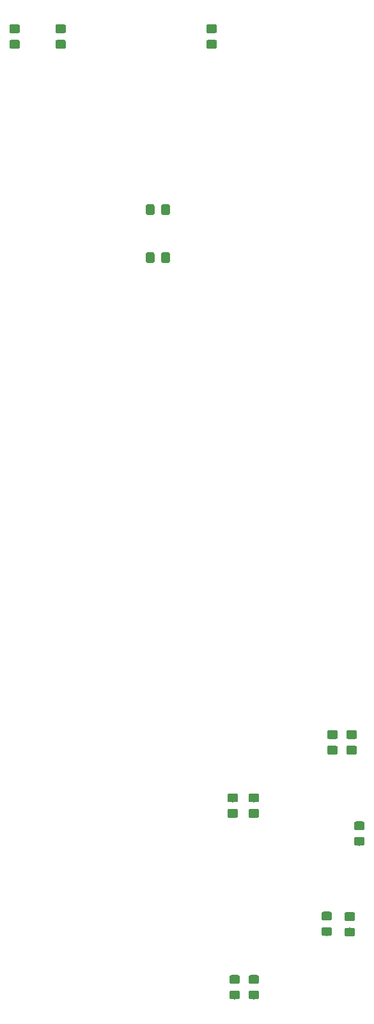
<source format=gbr>
G04 #@! TF.GenerationSoftware,KiCad,Pcbnew,(5.0.0)*
G04 #@! TF.CreationDate,2018-10-20T13:21:43+01:00*
G04 #@! TF.ProjectId,AD9833FunctionGenerator,41443938333346756E6374696F6E4765,rev?*
G04 #@! TF.SameCoordinates,Original*
G04 #@! TF.FileFunction,Paste,Bot*
G04 #@! TF.FilePolarity,Positive*
%FSLAX46Y46*%
G04 Gerber Fmt 4.6, Leading zero omitted, Abs format (unit mm)*
G04 Created by KiCad (PCBNEW (5.0.0)) date 10/20/18 13:21:43*
%MOMM*%
%LPD*%
G01*
G04 APERTURE LIST*
%ADD10C,0.100000*%
%ADD11C,1.150000*%
G04 APERTURE END LIST*
D10*
G04 #@! TO.C,R_RANGE1*
G36*
X83786505Y-92344902D02*
X83810773Y-92348502D01*
X83834572Y-92354463D01*
X83857671Y-92362728D01*
X83879850Y-92373218D01*
X83900893Y-92385830D01*
X83920599Y-92400445D01*
X83938777Y-92416921D01*
X83955253Y-92435099D01*
X83969868Y-92454805D01*
X83982480Y-92475848D01*
X83992970Y-92498027D01*
X84001235Y-92521126D01*
X84007196Y-92544925D01*
X84010796Y-92569193D01*
X84012000Y-92593697D01*
X84012000Y-93243699D01*
X84010796Y-93268203D01*
X84007196Y-93292471D01*
X84001235Y-93316270D01*
X83992970Y-93339369D01*
X83982480Y-93361548D01*
X83969868Y-93382591D01*
X83955253Y-93402297D01*
X83938777Y-93420475D01*
X83920599Y-93436951D01*
X83900893Y-93451566D01*
X83879850Y-93464178D01*
X83857671Y-93474668D01*
X83834572Y-93482933D01*
X83810773Y-93488894D01*
X83786505Y-93492494D01*
X83762001Y-93493698D01*
X82861999Y-93493698D01*
X82837495Y-93492494D01*
X82813227Y-93488894D01*
X82789428Y-93482933D01*
X82766329Y-93474668D01*
X82744150Y-93464178D01*
X82723107Y-93451566D01*
X82703401Y-93436951D01*
X82685223Y-93420475D01*
X82668747Y-93402297D01*
X82654132Y-93382591D01*
X82641520Y-93361548D01*
X82631030Y-93339369D01*
X82622765Y-93316270D01*
X82616804Y-93292471D01*
X82613204Y-93268203D01*
X82612000Y-93243699D01*
X82612000Y-92593697D01*
X82613204Y-92569193D01*
X82616804Y-92544925D01*
X82622765Y-92521126D01*
X82631030Y-92498027D01*
X82641520Y-92475848D01*
X82654132Y-92454805D01*
X82668747Y-92435099D01*
X82685223Y-92416921D01*
X82703401Y-92400445D01*
X82723107Y-92385830D01*
X82744150Y-92373218D01*
X82766329Y-92362728D01*
X82789428Y-92354463D01*
X82813227Y-92348502D01*
X82837495Y-92344902D01*
X82861999Y-92343698D01*
X83762001Y-92343698D01*
X83786505Y-92344902D01*
X83786505Y-92344902D01*
G37*
D11*
X83312000Y-92918698D03*
D10*
G36*
X83786505Y-94394902D02*
X83810773Y-94398502D01*
X83834572Y-94404463D01*
X83857671Y-94412728D01*
X83879850Y-94423218D01*
X83900893Y-94435830D01*
X83920599Y-94450445D01*
X83938777Y-94466921D01*
X83955253Y-94485099D01*
X83969868Y-94504805D01*
X83982480Y-94525848D01*
X83992970Y-94548027D01*
X84001235Y-94571126D01*
X84007196Y-94594925D01*
X84010796Y-94619193D01*
X84012000Y-94643697D01*
X84012000Y-95293699D01*
X84010796Y-95318203D01*
X84007196Y-95342471D01*
X84001235Y-95366270D01*
X83992970Y-95389369D01*
X83982480Y-95411548D01*
X83969868Y-95432591D01*
X83955253Y-95452297D01*
X83938777Y-95470475D01*
X83920599Y-95486951D01*
X83900893Y-95501566D01*
X83879850Y-95514178D01*
X83857671Y-95524668D01*
X83834572Y-95532933D01*
X83810773Y-95538894D01*
X83786505Y-95542494D01*
X83762001Y-95543698D01*
X82861999Y-95543698D01*
X82837495Y-95542494D01*
X82813227Y-95538894D01*
X82789428Y-95532933D01*
X82766329Y-95524668D01*
X82744150Y-95514178D01*
X82723107Y-95501566D01*
X82703401Y-95486951D01*
X82685223Y-95470475D01*
X82668747Y-95452297D01*
X82654132Y-95432591D01*
X82641520Y-95411548D01*
X82631030Y-95389369D01*
X82622765Y-95366270D01*
X82616804Y-95342471D01*
X82613204Y-95318203D01*
X82612000Y-95293699D01*
X82612000Y-94643697D01*
X82613204Y-94619193D01*
X82616804Y-94594925D01*
X82622765Y-94571126D01*
X82631030Y-94548027D01*
X82641520Y-94525848D01*
X82654132Y-94504805D01*
X82668747Y-94485099D01*
X82685223Y-94466921D01*
X82703401Y-94450445D01*
X82723107Y-94435830D01*
X82744150Y-94423218D01*
X82766329Y-94412728D01*
X82789428Y-94404463D01*
X82813227Y-94398502D01*
X82837495Y-94394902D01*
X82861999Y-94393698D01*
X83762001Y-94393698D01*
X83786505Y-94394902D01*
X83786505Y-94394902D01*
G37*
D11*
X83312000Y-94968698D03*
G04 #@! TD*
D10*
G04 #@! TO.C,C_BUFFBP1*
G36*
X86580505Y-194095681D02*
X86604773Y-194099281D01*
X86628572Y-194105242D01*
X86651671Y-194113507D01*
X86673850Y-194123997D01*
X86694893Y-194136609D01*
X86714599Y-194151224D01*
X86732777Y-194167700D01*
X86749253Y-194185878D01*
X86763868Y-194205584D01*
X86776480Y-194226627D01*
X86786970Y-194248806D01*
X86795235Y-194271905D01*
X86801196Y-194295704D01*
X86804796Y-194319972D01*
X86806000Y-194344476D01*
X86806000Y-194994478D01*
X86804796Y-195018982D01*
X86801196Y-195043250D01*
X86795235Y-195067049D01*
X86786970Y-195090148D01*
X86776480Y-195112327D01*
X86763868Y-195133370D01*
X86749253Y-195153076D01*
X86732777Y-195171254D01*
X86714599Y-195187730D01*
X86694893Y-195202345D01*
X86673850Y-195214957D01*
X86651671Y-195225447D01*
X86628572Y-195233712D01*
X86604773Y-195239673D01*
X86580505Y-195243273D01*
X86556001Y-195244477D01*
X85655999Y-195244477D01*
X85631495Y-195243273D01*
X85607227Y-195239673D01*
X85583428Y-195233712D01*
X85560329Y-195225447D01*
X85538150Y-195214957D01*
X85517107Y-195202345D01*
X85497401Y-195187730D01*
X85479223Y-195171254D01*
X85462747Y-195153076D01*
X85448132Y-195133370D01*
X85435520Y-195112327D01*
X85425030Y-195090148D01*
X85416765Y-195067049D01*
X85410804Y-195043250D01*
X85407204Y-195018982D01*
X85406000Y-194994478D01*
X85406000Y-194344476D01*
X85407204Y-194319972D01*
X85410804Y-194295704D01*
X85416765Y-194271905D01*
X85425030Y-194248806D01*
X85435520Y-194226627D01*
X85448132Y-194205584D01*
X85462747Y-194185878D01*
X85479223Y-194167700D01*
X85497401Y-194151224D01*
X85517107Y-194136609D01*
X85538150Y-194123997D01*
X85560329Y-194113507D01*
X85583428Y-194105242D01*
X85607227Y-194099281D01*
X85631495Y-194095681D01*
X85655999Y-194094477D01*
X86556001Y-194094477D01*
X86580505Y-194095681D01*
X86580505Y-194095681D01*
G37*
D11*
X86106000Y-194669477D03*
D10*
G36*
X86580505Y-196145681D02*
X86604773Y-196149281D01*
X86628572Y-196155242D01*
X86651671Y-196163507D01*
X86673850Y-196173997D01*
X86694893Y-196186609D01*
X86714599Y-196201224D01*
X86732777Y-196217700D01*
X86749253Y-196235878D01*
X86763868Y-196255584D01*
X86776480Y-196276627D01*
X86786970Y-196298806D01*
X86795235Y-196321905D01*
X86801196Y-196345704D01*
X86804796Y-196369972D01*
X86806000Y-196394476D01*
X86806000Y-197044478D01*
X86804796Y-197068982D01*
X86801196Y-197093250D01*
X86795235Y-197117049D01*
X86786970Y-197140148D01*
X86776480Y-197162327D01*
X86763868Y-197183370D01*
X86749253Y-197203076D01*
X86732777Y-197221254D01*
X86714599Y-197237730D01*
X86694893Y-197252345D01*
X86673850Y-197264957D01*
X86651671Y-197275447D01*
X86628572Y-197283712D01*
X86604773Y-197289673D01*
X86580505Y-197293273D01*
X86556001Y-197294477D01*
X85655999Y-197294477D01*
X85631495Y-197293273D01*
X85607227Y-197289673D01*
X85583428Y-197283712D01*
X85560329Y-197275447D01*
X85538150Y-197264957D01*
X85517107Y-197252345D01*
X85497401Y-197237730D01*
X85479223Y-197221254D01*
X85462747Y-197203076D01*
X85448132Y-197183370D01*
X85435520Y-197162327D01*
X85425030Y-197140148D01*
X85416765Y-197117049D01*
X85410804Y-197093250D01*
X85407204Y-197068982D01*
X85406000Y-197044478D01*
X85406000Y-196394476D01*
X85407204Y-196369972D01*
X85410804Y-196345704D01*
X85416765Y-196321905D01*
X85425030Y-196298806D01*
X85435520Y-196276627D01*
X85448132Y-196255584D01*
X85462747Y-196235878D01*
X85479223Y-196217700D01*
X85497401Y-196201224D01*
X85517107Y-196186609D01*
X85538150Y-196173997D01*
X85560329Y-196163507D01*
X85583428Y-196155242D01*
X85607227Y-196149281D01*
X85631495Y-196145681D01*
X85655999Y-196144477D01*
X86556001Y-196144477D01*
X86580505Y-196145681D01*
X86580505Y-196145681D01*
G37*
D11*
X86106000Y-196719477D03*
G04 #@! TD*
D10*
G04 #@! TO.C,R_MODE1*
G36*
X63794186Y-94394902D02*
X63818454Y-94398502D01*
X63842253Y-94404463D01*
X63865352Y-94412728D01*
X63887531Y-94423218D01*
X63908574Y-94435830D01*
X63928280Y-94450445D01*
X63946458Y-94466921D01*
X63962934Y-94485099D01*
X63977549Y-94504805D01*
X63990161Y-94525848D01*
X64000651Y-94548027D01*
X64008916Y-94571126D01*
X64014877Y-94594925D01*
X64018477Y-94619193D01*
X64019681Y-94643697D01*
X64019681Y-95293699D01*
X64018477Y-95318203D01*
X64014877Y-95342471D01*
X64008916Y-95366270D01*
X64000651Y-95389369D01*
X63990161Y-95411548D01*
X63977549Y-95432591D01*
X63962934Y-95452297D01*
X63946458Y-95470475D01*
X63928280Y-95486951D01*
X63908574Y-95501566D01*
X63887531Y-95514178D01*
X63865352Y-95524668D01*
X63842253Y-95532933D01*
X63818454Y-95538894D01*
X63794186Y-95542494D01*
X63769682Y-95543698D01*
X62869680Y-95543698D01*
X62845176Y-95542494D01*
X62820908Y-95538894D01*
X62797109Y-95532933D01*
X62774010Y-95524668D01*
X62751831Y-95514178D01*
X62730788Y-95501566D01*
X62711082Y-95486951D01*
X62692904Y-95470475D01*
X62676428Y-95452297D01*
X62661813Y-95432591D01*
X62649201Y-95411548D01*
X62638711Y-95389369D01*
X62630446Y-95366270D01*
X62624485Y-95342471D01*
X62620885Y-95318203D01*
X62619681Y-95293699D01*
X62619681Y-94643697D01*
X62620885Y-94619193D01*
X62624485Y-94594925D01*
X62630446Y-94571126D01*
X62638711Y-94548027D01*
X62649201Y-94525848D01*
X62661813Y-94504805D01*
X62676428Y-94485099D01*
X62692904Y-94466921D01*
X62711082Y-94450445D01*
X62730788Y-94435830D01*
X62751831Y-94423218D01*
X62774010Y-94412728D01*
X62797109Y-94404463D01*
X62820908Y-94398502D01*
X62845176Y-94394902D01*
X62869680Y-94393698D01*
X63769682Y-94393698D01*
X63794186Y-94394902D01*
X63794186Y-94394902D01*
G37*
D11*
X63319681Y-94968698D03*
D10*
G36*
X63794186Y-92344902D02*
X63818454Y-92348502D01*
X63842253Y-92354463D01*
X63865352Y-92362728D01*
X63887531Y-92373218D01*
X63908574Y-92385830D01*
X63928280Y-92400445D01*
X63946458Y-92416921D01*
X63962934Y-92435099D01*
X63977549Y-92454805D01*
X63990161Y-92475848D01*
X64000651Y-92498027D01*
X64008916Y-92521126D01*
X64014877Y-92544925D01*
X64018477Y-92569193D01*
X64019681Y-92593697D01*
X64019681Y-93243699D01*
X64018477Y-93268203D01*
X64014877Y-93292471D01*
X64008916Y-93316270D01*
X64000651Y-93339369D01*
X63990161Y-93361548D01*
X63977549Y-93382591D01*
X63962934Y-93402297D01*
X63946458Y-93420475D01*
X63928280Y-93436951D01*
X63908574Y-93451566D01*
X63887531Y-93464178D01*
X63865352Y-93474668D01*
X63842253Y-93482933D01*
X63818454Y-93488894D01*
X63794186Y-93492494D01*
X63769682Y-93493698D01*
X62869680Y-93493698D01*
X62845176Y-93492494D01*
X62820908Y-93488894D01*
X62797109Y-93482933D01*
X62774010Y-93474668D01*
X62751831Y-93464178D01*
X62730788Y-93451566D01*
X62711082Y-93436951D01*
X62692904Y-93420475D01*
X62676428Y-93402297D01*
X62661813Y-93382591D01*
X62649201Y-93361548D01*
X62638711Y-93339369D01*
X62630446Y-93316270D01*
X62624485Y-93292471D01*
X62620885Y-93268203D01*
X62619681Y-93243699D01*
X62619681Y-92593697D01*
X62620885Y-92569193D01*
X62624485Y-92544925D01*
X62630446Y-92521126D01*
X62638711Y-92498027D01*
X62649201Y-92475848D01*
X62661813Y-92454805D01*
X62676428Y-92435099D01*
X62692904Y-92416921D01*
X62711082Y-92400445D01*
X62730788Y-92385830D01*
X62751831Y-92373218D01*
X62774010Y-92362728D01*
X62797109Y-92354463D01*
X62820908Y-92348502D01*
X62845176Y-92344902D01*
X62869680Y-92343698D01*
X63769682Y-92343698D01*
X63794186Y-92344902D01*
X63794186Y-92344902D01*
G37*
D11*
X63319681Y-92918698D03*
G04 #@! TD*
D10*
G04 #@! TO.C,C_POTBP1*
G36*
X103344505Y-199841204D02*
X103368773Y-199844804D01*
X103392572Y-199850765D01*
X103415671Y-199859030D01*
X103437850Y-199869520D01*
X103458893Y-199882132D01*
X103478599Y-199896747D01*
X103496777Y-199913223D01*
X103513253Y-199931401D01*
X103527868Y-199951107D01*
X103540480Y-199972150D01*
X103550970Y-199994329D01*
X103559235Y-200017428D01*
X103565196Y-200041227D01*
X103568796Y-200065495D01*
X103570000Y-200089999D01*
X103570000Y-200740001D01*
X103568796Y-200764505D01*
X103565196Y-200788773D01*
X103559235Y-200812572D01*
X103550970Y-200835671D01*
X103540480Y-200857850D01*
X103527868Y-200878893D01*
X103513253Y-200898599D01*
X103496777Y-200916777D01*
X103478599Y-200933253D01*
X103458893Y-200947868D01*
X103437850Y-200960480D01*
X103415671Y-200970970D01*
X103392572Y-200979235D01*
X103368773Y-200985196D01*
X103344505Y-200988796D01*
X103320001Y-200990000D01*
X102419999Y-200990000D01*
X102395495Y-200988796D01*
X102371227Y-200985196D01*
X102347428Y-200979235D01*
X102324329Y-200970970D01*
X102302150Y-200960480D01*
X102281107Y-200947868D01*
X102261401Y-200933253D01*
X102243223Y-200916777D01*
X102226747Y-200898599D01*
X102212132Y-200878893D01*
X102199520Y-200857850D01*
X102189030Y-200835671D01*
X102180765Y-200812572D01*
X102174804Y-200788773D01*
X102171204Y-200764505D01*
X102170000Y-200740001D01*
X102170000Y-200089999D01*
X102171204Y-200065495D01*
X102174804Y-200041227D01*
X102180765Y-200017428D01*
X102189030Y-199994329D01*
X102199520Y-199972150D01*
X102212132Y-199951107D01*
X102226747Y-199931401D01*
X102243223Y-199913223D01*
X102261401Y-199896747D01*
X102281107Y-199882132D01*
X102302150Y-199869520D01*
X102324329Y-199859030D01*
X102347428Y-199850765D01*
X102371227Y-199844804D01*
X102395495Y-199841204D01*
X102419999Y-199840000D01*
X103320001Y-199840000D01*
X103344505Y-199841204D01*
X103344505Y-199841204D01*
G37*
D11*
X102870000Y-200415000D03*
D10*
G36*
X103344505Y-197791204D02*
X103368773Y-197794804D01*
X103392572Y-197800765D01*
X103415671Y-197809030D01*
X103437850Y-197819520D01*
X103458893Y-197832132D01*
X103478599Y-197846747D01*
X103496777Y-197863223D01*
X103513253Y-197881401D01*
X103527868Y-197901107D01*
X103540480Y-197922150D01*
X103550970Y-197944329D01*
X103559235Y-197967428D01*
X103565196Y-197991227D01*
X103568796Y-198015495D01*
X103570000Y-198039999D01*
X103570000Y-198690001D01*
X103568796Y-198714505D01*
X103565196Y-198738773D01*
X103559235Y-198762572D01*
X103550970Y-198785671D01*
X103540480Y-198807850D01*
X103527868Y-198828893D01*
X103513253Y-198848599D01*
X103496777Y-198866777D01*
X103478599Y-198883253D01*
X103458893Y-198897868D01*
X103437850Y-198910480D01*
X103415671Y-198920970D01*
X103392572Y-198929235D01*
X103368773Y-198935196D01*
X103344505Y-198938796D01*
X103320001Y-198940000D01*
X102419999Y-198940000D01*
X102395495Y-198938796D01*
X102371227Y-198935196D01*
X102347428Y-198929235D01*
X102324329Y-198920970D01*
X102302150Y-198910480D01*
X102281107Y-198897868D01*
X102261401Y-198883253D01*
X102243223Y-198866777D01*
X102226747Y-198848599D01*
X102212132Y-198828893D01*
X102199520Y-198807850D01*
X102189030Y-198785671D01*
X102180765Y-198762572D01*
X102174804Y-198738773D01*
X102171204Y-198714505D01*
X102170000Y-198690001D01*
X102170000Y-198039999D01*
X102171204Y-198015495D01*
X102174804Y-197991227D01*
X102180765Y-197967428D01*
X102189030Y-197944329D01*
X102199520Y-197922150D01*
X102212132Y-197901107D01*
X102226747Y-197881401D01*
X102243223Y-197863223D01*
X102261401Y-197846747D01*
X102281107Y-197832132D01*
X102302150Y-197819520D01*
X102324329Y-197809030D01*
X102347428Y-197800765D01*
X102371227Y-197794804D01*
X102395495Y-197791204D01*
X102419999Y-197790000D01*
X103320001Y-197790000D01*
X103344505Y-197791204D01*
X103344505Y-197791204D01*
G37*
D11*
X102870000Y-198365000D03*
G04 #@! TD*
D10*
G04 #@! TO.C,C_BUFFBP2*
G36*
X89374505Y-196145681D02*
X89398773Y-196149281D01*
X89422572Y-196155242D01*
X89445671Y-196163507D01*
X89467850Y-196173997D01*
X89488893Y-196186609D01*
X89508599Y-196201224D01*
X89526777Y-196217700D01*
X89543253Y-196235878D01*
X89557868Y-196255584D01*
X89570480Y-196276627D01*
X89580970Y-196298806D01*
X89589235Y-196321905D01*
X89595196Y-196345704D01*
X89598796Y-196369972D01*
X89600000Y-196394476D01*
X89600000Y-197044478D01*
X89598796Y-197068982D01*
X89595196Y-197093250D01*
X89589235Y-197117049D01*
X89580970Y-197140148D01*
X89570480Y-197162327D01*
X89557868Y-197183370D01*
X89543253Y-197203076D01*
X89526777Y-197221254D01*
X89508599Y-197237730D01*
X89488893Y-197252345D01*
X89467850Y-197264957D01*
X89445671Y-197275447D01*
X89422572Y-197283712D01*
X89398773Y-197289673D01*
X89374505Y-197293273D01*
X89350001Y-197294477D01*
X88449999Y-197294477D01*
X88425495Y-197293273D01*
X88401227Y-197289673D01*
X88377428Y-197283712D01*
X88354329Y-197275447D01*
X88332150Y-197264957D01*
X88311107Y-197252345D01*
X88291401Y-197237730D01*
X88273223Y-197221254D01*
X88256747Y-197203076D01*
X88242132Y-197183370D01*
X88229520Y-197162327D01*
X88219030Y-197140148D01*
X88210765Y-197117049D01*
X88204804Y-197093250D01*
X88201204Y-197068982D01*
X88200000Y-197044478D01*
X88200000Y-196394476D01*
X88201204Y-196369972D01*
X88204804Y-196345704D01*
X88210765Y-196321905D01*
X88219030Y-196298806D01*
X88229520Y-196276627D01*
X88242132Y-196255584D01*
X88256747Y-196235878D01*
X88273223Y-196217700D01*
X88291401Y-196201224D01*
X88311107Y-196186609D01*
X88332150Y-196173997D01*
X88354329Y-196163507D01*
X88377428Y-196155242D01*
X88401227Y-196149281D01*
X88425495Y-196145681D01*
X88449999Y-196144477D01*
X89350001Y-196144477D01*
X89374505Y-196145681D01*
X89374505Y-196145681D01*
G37*
D11*
X88900000Y-196719477D03*
D10*
G36*
X89374505Y-194095681D02*
X89398773Y-194099281D01*
X89422572Y-194105242D01*
X89445671Y-194113507D01*
X89467850Y-194123997D01*
X89488893Y-194136609D01*
X89508599Y-194151224D01*
X89526777Y-194167700D01*
X89543253Y-194185878D01*
X89557868Y-194205584D01*
X89570480Y-194226627D01*
X89580970Y-194248806D01*
X89589235Y-194271905D01*
X89595196Y-194295704D01*
X89598796Y-194319972D01*
X89600000Y-194344476D01*
X89600000Y-194994478D01*
X89598796Y-195018982D01*
X89595196Y-195043250D01*
X89589235Y-195067049D01*
X89580970Y-195090148D01*
X89570480Y-195112327D01*
X89557868Y-195133370D01*
X89543253Y-195153076D01*
X89526777Y-195171254D01*
X89508599Y-195187730D01*
X89488893Y-195202345D01*
X89467850Y-195214957D01*
X89445671Y-195225447D01*
X89422572Y-195233712D01*
X89398773Y-195239673D01*
X89374505Y-195243273D01*
X89350001Y-195244477D01*
X88449999Y-195244477D01*
X88425495Y-195243273D01*
X88401227Y-195239673D01*
X88377428Y-195233712D01*
X88354329Y-195225447D01*
X88332150Y-195214957D01*
X88311107Y-195202345D01*
X88291401Y-195187730D01*
X88273223Y-195171254D01*
X88256747Y-195153076D01*
X88242132Y-195133370D01*
X88229520Y-195112327D01*
X88219030Y-195090148D01*
X88210765Y-195067049D01*
X88204804Y-195043250D01*
X88201204Y-195018982D01*
X88200000Y-194994478D01*
X88200000Y-194344476D01*
X88201204Y-194319972D01*
X88204804Y-194295704D01*
X88210765Y-194271905D01*
X88219030Y-194248806D01*
X88229520Y-194226627D01*
X88242132Y-194205584D01*
X88256747Y-194185878D01*
X88273223Y-194167700D01*
X88291401Y-194151224D01*
X88311107Y-194136609D01*
X88332150Y-194123997D01*
X88354329Y-194113507D01*
X88377428Y-194105242D01*
X88401227Y-194099281D01*
X88425495Y-194095681D01*
X88449999Y-194094477D01*
X89350001Y-194094477D01*
X89374505Y-194095681D01*
X89374505Y-194095681D01*
G37*
D11*
X88900000Y-194669477D03*
G04 #@! TD*
D10*
G04 #@! TO.C,C_BUFFBP3*
G36*
X99788505Y-187776204D02*
X99812773Y-187779804D01*
X99836572Y-187785765D01*
X99859671Y-187794030D01*
X99881850Y-187804520D01*
X99902893Y-187817132D01*
X99922599Y-187831747D01*
X99940777Y-187848223D01*
X99957253Y-187866401D01*
X99971868Y-187886107D01*
X99984480Y-187907150D01*
X99994970Y-187929329D01*
X100003235Y-187952428D01*
X100009196Y-187976227D01*
X100012796Y-188000495D01*
X100014000Y-188024999D01*
X100014000Y-188675001D01*
X100012796Y-188699505D01*
X100009196Y-188723773D01*
X100003235Y-188747572D01*
X99994970Y-188770671D01*
X99984480Y-188792850D01*
X99971868Y-188813893D01*
X99957253Y-188833599D01*
X99940777Y-188851777D01*
X99922599Y-188868253D01*
X99902893Y-188882868D01*
X99881850Y-188895480D01*
X99859671Y-188905970D01*
X99836572Y-188914235D01*
X99812773Y-188920196D01*
X99788505Y-188923796D01*
X99764001Y-188925000D01*
X98863999Y-188925000D01*
X98839495Y-188923796D01*
X98815227Y-188920196D01*
X98791428Y-188914235D01*
X98768329Y-188905970D01*
X98746150Y-188895480D01*
X98725107Y-188882868D01*
X98705401Y-188868253D01*
X98687223Y-188851777D01*
X98670747Y-188833599D01*
X98656132Y-188813893D01*
X98643520Y-188792850D01*
X98633030Y-188770671D01*
X98624765Y-188747572D01*
X98618804Y-188723773D01*
X98615204Y-188699505D01*
X98614000Y-188675001D01*
X98614000Y-188024999D01*
X98615204Y-188000495D01*
X98618804Y-187976227D01*
X98624765Y-187952428D01*
X98633030Y-187929329D01*
X98643520Y-187907150D01*
X98656132Y-187886107D01*
X98670747Y-187866401D01*
X98687223Y-187848223D01*
X98705401Y-187831747D01*
X98725107Y-187817132D01*
X98746150Y-187804520D01*
X98768329Y-187794030D01*
X98791428Y-187785765D01*
X98815227Y-187779804D01*
X98839495Y-187776204D01*
X98863999Y-187775000D01*
X99764001Y-187775000D01*
X99788505Y-187776204D01*
X99788505Y-187776204D01*
G37*
D11*
X99314000Y-188350000D03*
D10*
G36*
X99788505Y-185726204D02*
X99812773Y-185729804D01*
X99836572Y-185735765D01*
X99859671Y-185744030D01*
X99881850Y-185754520D01*
X99902893Y-185767132D01*
X99922599Y-185781747D01*
X99940777Y-185798223D01*
X99957253Y-185816401D01*
X99971868Y-185836107D01*
X99984480Y-185857150D01*
X99994970Y-185879329D01*
X100003235Y-185902428D01*
X100009196Y-185926227D01*
X100012796Y-185950495D01*
X100014000Y-185974999D01*
X100014000Y-186625001D01*
X100012796Y-186649505D01*
X100009196Y-186673773D01*
X100003235Y-186697572D01*
X99994970Y-186720671D01*
X99984480Y-186742850D01*
X99971868Y-186763893D01*
X99957253Y-186783599D01*
X99940777Y-186801777D01*
X99922599Y-186818253D01*
X99902893Y-186832868D01*
X99881850Y-186845480D01*
X99859671Y-186855970D01*
X99836572Y-186864235D01*
X99812773Y-186870196D01*
X99788505Y-186873796D01*
X99764001Y-186875000D01*
X98863999Y-186875000D01*
X98839495Y-186873796D01*
X98815227Y-186870196D01*
X98791428Y-186864235D01*
X98768329Y-186855970D01*
X98746150Y-186845480D01*
X98725107Y-186832868D01*
X98705401Y-186818253D01*
X98687223Y-186801777D01*
X98670747Y-186783599D01*
X98656132Y-186763893D01*
X98643520Y-186742850D01*
X98633030Y-186720671D01*
X98624765Y-186697572D01*
X98618804Y-186673773D01*
X98615204Y-186649505D01*
X98614000Y-186625001D01*
X98614000Y-185974999D01*
X98615204Y-185950495D01*
X98618804Y-185926227D01*
X98624765Y-185902428D01*
X98633030Y-185879329D01*
X98643520Y-185857150D01*
X98656132Y-185836107D01*
X98670747Y-185816401D01*
X98687223Y-185798223D01*
X98705401Y-185781747D01*
X98725107Y-185767132D01*
X98746150Y-185754520D01*
X98768329Y-185744030D01*
X98791428Y-185735765D01*
X98815227Y-185729804D01*
X98839495Y-185726204D01*
X98863999Y-185725000D01*
X99764001Y-185725000D01*
X99788505Y-185726204D01*
X99788505Y-185726204D01*
G37*
D11*
X99314000Y-186300000D03*
G04 #@! TD*
D10*
G04 #@! TO.C,C_BUFFBP4*
G36*
X102328505Y-185726204D02*
X102352773Y-185729804D01*
X102376572Y-185735765D01*
X102399671Y-185744030D01*
X102421850Y-185754520D01*
X102442893Y-185767132D01*
X102462599Y-185781747D01*
X102480777Y-185798223D01*
X102497253Y-185816401D01*
X102511868Y-185836107D01*
X102524480Y-185857150D01*
X102534970Y-185879329D01*
X102543235Y-185902428D01*
X102549196Y-185926227D01*
X102552796Y-185950495D01*
X102554000Y-185974999D01*
X102554000Y-186625001D01*
X102552796Y-186649505D01*
X102549196Y-186673773D01*
X102543235Y-186697572D01*
X102534970Y-186720671D01*
X102524480Y-186742850D01*
X102511868Y-186763893D01*
X102497253Y-186783599D01*
X102480777Y-186801777D01*
X102462599Y-186818253D01*
X102442893Y-186832868D01*
X102421850Y-186845480D01*
X102399671Y-186855970D01*
X102376572Y-186864235D01*
X102352773Y-186870196D01*
X102328505Y-186873796D01*
X102304001Y-186875000D01*
X101403999Y-186875000D01*
X101379495Y-186873796D01*
X101355227Y-186870196D01*
X101331428Y-186864235D01*
X101308329Y-186855970D01*
X101286150Y-186845480D01*
X101265107Y-186832868D01*
X101245401Y-186818253D01*
X101227223Y-186801777D01*
X101210747Y-186783599D01*
X101196132Y-186763893D01*
X101183520Y-186742850D01*
X101173030Y-186720671D01*
X101164765Y-186697572D01*
X101158804Y-186673773D01*
X101155204Y-186649505D01*
X101154000Y-186625001D01*
X101154000Y-185974999D01*
X101155204Y-185950495D01*
X101158804Y-185926227D01*
X101164765Y-185902428D01*
X101173030Y-185879329D01*
X101183520Y-185857150D01*
X101196132Y-185836107D01*
X101210747Y-185816401D01*
X101227223Y-185798223D01*
X101245401Y-185781747D01*
X101265107Y-185767132D01*
X101286150Y-185754520D01*
X101308329Y-185744030D01*
X101331428Y-185735765D01*
X101355227Y-185729804D01*
X101379495Y-185726204D01*
X101403999Y-185725000D01*
X102304001Y-185725000D01*
X102328505Y-185726204D01*
X102328505Y-185726204D01*
G37*
D11*
X101854000Y-186300000D03*
D10*
G36*
X102328505Y-187776204D02*
X102352773Y-187779804D01*
X102376572Y-187785765D01*
X102399671Y-187794030D01*
X102421850Y-187804520D01*
X102442893Y-187817132D01*
X102462599Y-187831747D01*
X102480777Y-187848223D01*
X102497253Y-187866401D01*
X102511868Y-187886107D01*
X102524480Y-187907150D01*
X102534970Y-187929329D01*
X102543235Y-187952428D01*
X102549196Y-187976227D01*
X102552796Y-188000495D01*
X102554000Y-188024999D01*
X102554000Y-188675001D01*
X102552796Y-188699505D01*
X102549196Y-188723773D01*
X102543235Y-188747572D01*
X102534970Y-188770671D01*
X102524480Y-188792850D01*
X102511868Y-188813893D01*
X102497253Y-188833599D01*
X102480777Y-188851777D01*
X102462599Y-188868253D01*
X102442893Y-188882868D01*
X102421850Y-188895480D01*
X102399671Y-188905970D01*
X102376572Y-188914235D01*
X102352773Y-188920196D01*
X102328505Y-188923796D01*
X102304001Y-188925000D01*
X101403999Y-188925000D01*
X101379495Y-188923796D01*
X101355227Y-188920196D01*
X101331428Y-188914235D01*
X101308329Y-188905970D01*
X101286150Y-188895480D01*
X101265107Y-188882868D01*
X101245401Y-188868253D01*
X101227223Y-188851777D01*
X101210747Y-188833599D01*
X101196132Y-188813893D01*
X101183520Y-188792850D01*
X101173030Y-188770671D01*
X101164765Y-188747572D01*
X101158804Y-188723773D01*
X101155204Y-188699505D01*
X101154000Y-188675001D01*
X101154000Y-188024999D01*
X101155204Y-188000495D01*
X101158804Y-187976227D01*
X101164765Y-187952428D01*
X101173030Y-187929329D01*
X101183520Y-187907150D01*
X101196132Y-187886107D01*
X101210747Y-187866401D01*
X101227223Y-187848223D01*
X101245401Y-187831747D01*
X101265107Y-187817132D01*
X101286150Y-187804520D01*
X101308329Y-187794030D01*
X101331428Y-187785765D01*
X101355227Y-187779804D01*
X101379495Y-187776204D01*
X101403999Y-187775000D01*
X102304001Y-187775000D01*
X102328505Y-187776204D01*
X102328505Y-187776204D01*
G37*
D11*
X101854000Y-188350000D03*
G04 #@! TD*
D10*
G04 #@! TO.C,C_MIXBP1*
G36*
X86834505Y-218111204D02*
X86858773Y-218114804D01*
X86882572Y-218120765D01*
X86905671Y-218129030D01*
X86927850Y-218139520D01*
X86948893Y-218152132D01*
X86968599Y-218166747D01*
X86986777Y-218183223D01*
X87003253Y-218201401D01*
X87017868Y-218221107D01*
X87030480Y-218242150D01*
X87040970Y-218264329D01*
X87049235Y-218287428D01*
X87055196Y-218311227D01*
X87058796Y-218335495D01*
X87060000Y-218359999D01*
X87060000Y-219010001D01*
X87058796Y-219034505D01*
X87055196Y-219058773D01*
X87049235Y-219082572D01*
X87040970Y-219105671D01*
X87030480Y-219127850D01*
X87017868Y-219148893D01*
X87003253Y-219168599D01*
X86986777Y-219186777D01*
X86968599Y-219203253D01*
X86948893Y-219217868D01*
X86927850Y-219230480D01*
X86905671Y-219240970D01*
X86882572Y-219249235D01*
X86858773Y-219255196D01*
X86834505Y-219258796D01*
X86810001Y-219260000D01*
X85909999Y-219260000D01*
X85885495Y-219258796D01*
X85861227Y-219255196D01*
X85837428Y-219249235D01*
X85814329Y-219240970D01*
X85792150Y-219230480D01*
X85771107Y-219217868D01*
X85751401Y-219203253D01*
X85733223Y-219186777D01*
X85716747Y-219168599D01*
X85702132Y-219148893D01*
X85689520Y-219127850D01*
X85679030Y-219105671D01*
X85670765Y-219082572D01*
X85664804Y-219058773D01*
X85661204Y-219034505D01*
X85660000Y-219010001D01*
X85660000Y-218359999D01*
X85661204Y-218335495D01*
X85664804Y-218311227D01*
X85670765Y-218287428D01*
X85679030Y-218264329D01*
X85689520Y-218242150D01*
X85702132Y-218221107D01*
X85716747Y-218201401D01*
X85733223Y-218183223D01*
X85751401Y-218166747D01*
X85771107Y-218152132D01*
X85792150Y-218139520D01*
X85814329Y-218129030D01*
X85837428Y-218120765D01*
X85861227Y-218114804D01*
X85885495Y-218111204D01*
X85909999Y-218110000D01*
X86810001Y-218110000D01*
X86834505Y-218111204D01*
X86834505Y-218111204D01*
G37*
D11*
X86360000Y-218685000D03*
D10*
G36*
X86834505Y-220161204D02*
X86858773Y-220164804D01*
X86882572Y-220170765D01*
X86905671Y-220179030D01*
X86927850Y-220189520D01*
X86948893Y-220202132D01*
X86968599Y-220216747D01*
X86986777Y-220233223D01*
X87003253Y-220251401D01*
X87017868Y-220271107D01*
X87030480Y-220292150D01*
X87040970Y-220314329D01*
X87049235Y-220337428D01*
X87055196Y-220361227D01*
X87058796Y-220385495D01*
X87060000Y-220409999D01*
X87060000Y-221060001D01*
X87058796Y-221084505D01*
X87055196Y-221108773D01*
X87049235Y-221132572D01*
X87040970Y-221155671D01*
X87030480Y-221177850D01*
X87017868Y-221198893D01*
X87003253Y-221218599D01*
X86986777Y-221236777D01*
X86968599Y-221253253D01*
X86948893Y-221267868D01*
X86927850Y-221280480D01*
X86905671Y-221290970D01*
X86882572Y-221299235D01*
X86858773Y-221305196D01*
X86834505Y-221308796D01*
X86810001Y-221310000D01*
X85909999Y-221310000D01*
X85885495Y-221308796D01*
X85861227Y-221305196D01*
X85837428Y-221299235D01*
X85814329Y-221290970D01*
X85792150Y-221280480D01*
X85771107Y-221267868D01*
X85751401Y-221253253D01*
X85733223Y-221236777D01*
X85716747Y-221218599D01*
X85702132Y-221198893D01*
X85689520Y-221177850D01*
X85679030Y-221155671D01*
X85670765Y-221132572D01*
X85664804Y-221108773D01*
X85661204Y-221084505D01*
X85660000Y-221060001D01*
X85660000Y-220409999D01*
X85661204Y-220385495D01*
X85664804Y-220361227D01*
X85670765Y-220337428D01*
X85679030Y-220314329D01*
X85689520Y-220292150D01*
X85702132Y-220271107D01*
X85716747Y-220251401D01*
X85733223Y-220233223D01*
X85751401Y-220216747D01*
X85771107Y-220202132D01*
X85792150Y-220189520D01*
X85814329Y-220179030D01*
X85837428Y-220170765D01*
X85861227Y-220164804D01*
X85885495Y-220161204D01*
X85909999Y-220160000D01*
X86810001Y-220160000D01*
X86834505Y-220161204D01*
X86834505Y-220161204D01*
G37*
D11*
X86360000Y-220735000D03*
G04 #@! TD*
D10*
G04 #@! TO.C,C_MIXBP2*
G36*
X89374505Y-218111204D02*
X89398773Y-218114804D01*
X89422572Y-218120765D01*
X89445671Y-218129030D01*
X89467850Y-218139520D01*
X89488893Y-218152132D01*
X89508599Y-218166747D01*
X89526777Y-218183223D01*
X89543253Y-218201401D01*
X89557868Y-218221107D01*
X89570480Y-218242150D01*
X89580970Y-218264329D01*
X89589235Y-218287428D01*
X89595196Y-218311227D01*
X89598796Y-218335495D01*
X89600000Y-218359999D01*
X89600000Y-219010001D01*
X89598796Y-219034505D01*
X89595196Y-219058773D01*
X89589235Y-219082572D01*
X89580970Y-219105671D01*
X89570480Y-219127850D01*
X89557868Y-219148893D01*
X89543253Y-219168599D01*
X89526777Y-219186777D01*
X89508599Y-219203253D01*
X89488893Y-219217868D01*
X89467850Y-219230480D01*
X89445671Y-219240970D01*
X89422572Y-219249235D01*
X89398773Y-219255196D01*
X89374505Y-219258796D01*
X89350001Y-219260000D01*
X88449999Y-219260000D01*
X88425495Y-219258796D01*
X88401227Y-219255196D01*
X88377428Y-219249235D01*
X88354329Y-219240970D01*
X88332150Y-219230480D01*
X88311107Y-219217868D01*
X88291401Y-219203253D01*
X88273223Y-219186777D01*
X88256747Y-219168599D01*
X88242132Y-219148893D01*
X88229520Y-219127850D01*
X88219030Y-219105671D01*
X88210765Y-219082572D01*
X88204804Y-219058773D01*
X88201204Y-219034505D01*
X88200000Y-219010001D01*
X88200000Y-218359999D01*
X88201204Y-218335495D01*
X88204804Y-218311227D01*
X88210765Y-218287428D01*
X88219030Y-218264329D01*
X88229520Y-218242150D01*
X88242132Y-218221107D01*
X88256747Y-218201401D01*
X88273223Y-218183223D01*
X88291401Y-218166747D01*
X88311107Y-218152132D01*
X88332150Y-218139520D01*
X88354329Y-218129030D01*
X88377428Y-218120765D01*
X88401227Y-218114804D01*
X88425495Y-218111204D01*
X88449999Y-218110000D01*
X89350001Y-218110000D01*
X89374505Y-218111204D01*
X89374505Y-218111204D01*
G37*
D11*
X88900000Y-218685000D03*
D10*
G36*
X89374505Y-220161204D02*
X89398773Y-220164804D01*
X89422572Y-220170765D01*
X89445671Y-220179030D01*
X89467850Y-220189520D01*
X89488893Y-220202132D01*
X89508599Y-220216747D01*
X89526777Y-220233223D01*
X89543253Y-220251401D01*
X89557868Y-220271107D01*
X89570480Y-220292150D01*
X89580970Y-220314329D01*
X89589235Y-220337428D01*
X89595196Y-220361227D01*
X89598796Y-220385495D01*
X89600000Y-220409999D01*
X89600000Y-221060001D01*
X89598796Y-221084505D01*
X89595196Y-221108773D01*
X89589235Y-221132572D01*
X89580970Y-221155671D01*
X89570480Y-221177850D01*
X89557868Y-221198893D01*
X89543253Y-221218599D01*
X89526777Y-221236777D01*
X89508599Y-221253253D01*
X89488893Y-221267868D01*
X89467850Y-221280480D01*
X89445671Y-221290970D01*
X89422572Y-221299235D01*
X89398773Y-221305196D01*
X89374505Y-221308796D01*
X89350001Y-221310000D01*
X88449999Y-221310000D01*
X88425495Y-221308796D01*
X88401227Y-221305196D01*
X88377428Y-221299235D01*
X88354329Y-221290970D01*
X88332150Y-221280480D01*
X88311107Y-221267868D01*
X88291401Y-221253253D01*
X88273223Y-221236777D01*
X88256747Y-221218599D01*
X88242132Y-221198893D01*
X88229520Y-221177850D01*
X88219030Y-221155671D01*
X88210765Y-221132572D01*
X88204804Y-221108773D01*
X88201204Y-221084505D01*
X88200000Y-221060001D01*
X88200000Y-220409999D01*
X88201204Y-220385495D01*
X88204804Y-220361227D01*
X88210765Y-220337428D01*
X88219030Y-220314329D01*
X88229520Y-220292150D01*
X88242132Y-220271107D01*
X88256747Y-220251401D01*
X88273223Y-220233223D01*
X88291401Y-220216747D01*
X88311107Y-220202132D01*
X88332150Y-220189520D01*
X88354329Y-220179030D01*
X88377428Y-220170765D01*
X88401227Y-220164804D01*
X88425495Y-220161204D01*
X88449999Y-220160000D01*
X89350001Y-220160000D01*
X89374505Y-220161204D01*
X89374505Y-220161204D01*
G37*
D11*
X88900000Y-220735000D03*
G04 #@! TD*
D10*
G04 #@! TO.C,C_MIXBP3*
G36*
X99026505Y-209729204D02*
X99050773Y-209732804D01*
X99074572Y-209738765D01*
X99097671Y-209747030D01*
X99119850Y-209757520D01*
X99140893Y-209770132D01*
X99160599Y-209784747D01*
X99178777Y-209801223D01*
X99195253Y-209819401D01*
X99209868Y-209839107D01*
X99222480Y-209860150D01*
X99232970Y-209882329D01*
X99241235Y-209905428D01*
X99247196Y-209929227D01*
X99250796Y-209953495D01*
X99252000Y-209977999D01*
X99252000Y-210628001D01*
X99250796Y-210652505D01*
X99247196Y-210676773D01*
X99241235Y-210700572D01*
X99232970Y-210723671D01*
X99222480Y-210745850D01*
X99209868Y-210766893D01*
X99195253Y-210786599D01*
X99178777Y-210804777D01*
X99160599Y-210821253D01*
X99140893Y-210835868D01*
X99119850Y-210848480D01*
X99097671Y-210858970D01*
X99074572Y-210867235D01*
X99050773Y-210873196D01*
X99026505Y-210876796D01*
X99002001Y-210878000D01*
X98101999Y-210878000D01*
X98077495Y-210876796D01*
X98053227Y-210873196D01*
X98029428Y-210867235D01*
X98006329Y-210858970D01*
X97984150Y-210848480D01*
X97963107Y-210835868D01*
X97943401Y-210821253D01*
X97925223Y-210804777D01*
X97908747Y-210786599D01*
X97894132Y-210766893D01*
X97881520Y-210745850D01*
X97871030Y-210723671D01*
X97862765Y-210700572D01*
X97856804Y-210676773D01*
X97853204Y-210652505D01*
X97852000Y-210628001D01*
X97852000Y-209977999D01*
X97853204Y-209953495D01*
X97856804Y-209929227D01*
X97862765Y-209905428D01*
X97871030Y-209882329D01*
X97881520Y-209860150D01*
X97894132Y-209839107D01*
X97908747Y-209819401D01*
X97925223Y-209801223D01*
X97943401Y-209784747D01*
X97963107Y-209770132D01*
X97984150Y-209757520D01*
X98006329Y-209747030D01*
X98029428Y-209738765D01*
X98053227Y-209732804D01*
X98077495Y-209729204D01*
X98101999Y-209728000D01*
X99002001Y-209728000D01*
X99026505Y-209729204D01*
X99026505Y-209729204D01*
G37*
D11*
X98552000Y-210303000D03*
D10*
G36*
X99026505Y-211779204D02*
X99050773Y-211782804D01*
X99074572Y-211788765D01*
X99097671Y-211797030D01*
X99119850Y-211807520D01*
X99140893Y-211820132D01*
X99160599Y-211834747D01*
X99178777Y-211851223D01*
X99195253Y-211869401D01*
X99209868Y-211889107D01*
X99222480Y-211910150D01*
X99232970Y-211932329D01*
X99241235Y-211955428D01*
X99247196Y-211979227D01*
X99250796Y-212003495D01*
X99252000Y-212027999D01*
X99252000Y-212678001D01*
X99250796Y-212702505D01*
X99247196Y-212726773D01*
X99241235Y-212750572D01*
X99232970Y-212773671D01*
X99222480Y-212795850D01*
X99209868Y-212816893D01*
X99195253Y-212836599D01*
X99178777Y-212854777D01*
X99160599Y-212871253D01*
X99140893Y-212885868D01*
X99119850Y-212898480D01*
X99097671Y-212908970D01*
X99074572Y-212917235D01*
X99050773Y-212923196D01*
X99026505Y-212926796D01*
X99002001Y-212928000D01*
X98101999Y-212928000D01*
X98077495Y-212926796D01*
X98053227Y-212923196D01*
X98029428Y-212917235D01*
X98006329Y-212908970D01*
X97984150Y-212898480D01*
X97963107Y-212885868D01*
X97943401Y-212871253D01*
X97925223Y-212854777D01*
X97908747Y-212836599D01*
X97894132Y-212816893D01*
X97881520Y-212795850D01*
X97871030Y-212773671D01*
X97862765Y-212750572D01*
X97856804Y-212726773D01*
X97853204Y-212702505D01*
X97852000Y-212678001D01*
X97852000Y-212027999D01*
X97853204Y-212003495D01*
X97856804Y-211979227D01*
X97862765Y-211955428D01*
X97871030Y-211932329D01*
X97881520Y-211910150D01*
X97894132Y-211889107D01*
X97908747Y-211869401D01*
X97925223Y-211851223D01*
X97943401Y-211834747D01*
X97963107Y-211820132D01*
X97984150Y-211807520D01*
X98006329Y-211797030D01*
X98029428Y-211788765D01*
X98053227Y-211782804D01*
X98077495Y-211779204D01*
X98101999Y-211778000D01*
X99002001Y-211778000D01*
X99026505Y-211779204D01*
X99026505Y-211779204D01*
G37*
D11*
X98552000Y-212353000D03*
G04 #@! TD*
D10*
G04 #@! TO.C,C_MIXBP4*
G36*
X102074505Y-209805822D02*
X102098773Y-209809422D01*
X102122572Y-209815383D01*
X102145671Y-209823648D01*
X102167850Y-209834138D01*
X102188893Y-209846750D01*
X102208599Y-209861365D01*
X102226777Y-209877841D01*
X102243253Y-209896019D01*
X102257868Y-209915725D01*
X102270480Y-209936768D01*
X102280970Y-209958947D01*
X102289235Y-209982046D01*
X102295196Y-210005845D01*
X102298796Y-210030113D01*
X102300000Y-210054617D01*
X102300000Y-210704619D01*
X102298796Y-210729123D01*
X102295196Y-210753391D01*
X102289235Y-210777190D01*
X102280970Y-210800289D01*
X102270480Y-210822468D01*
X102257868Y-210843511D01*
X102243253Y-210863217D01*
X102226777Y-210881395D01*
X102208599Y-210897871D01*
X102188893Y-210912486D01*
X102167850Y-210925098D01*
X102145671Y-210935588D01*
X102122572Y-210943853D01*
X102098773Y-210949814D01*
X102074505Y-210953414D01*
X102050001Y-210954618D01*
X101149999Y-210954618D01*
X101125495Y-210953414D01*
X101101227Y-210949814D01*
X101077428Y-210943853D01*
X101054329Y-210935588D01*
X101032150Y-210925098D01*
X101011107Y-210912486D01*
X100991401Y-210897871D01*
X100973223Y-210881395D01*
X100956747Y-210863217D01*
X100942132Y-210843511D01*
X100929520Y-210822468D01*
X100919030Y-210800289D01*
X100910765Y-210777190D01*
X100904804Y-210753391D01*
X100901204Y-210729123D01*
X100900000Y-210704619D01*
X100900000Y-210054617D01*
X100901204Y-210030113D01*
X100904804Y-210005845D01*
X100910765Y-209982046D01*
X100919030Y-209958947D01*
X100929520Y-209936768D01*
X100942132Y-209915725D01*
X100956747Y-209896019D01*
X100973223Y-209877841D01*
X100991401Y-209861365D01*
X101011107Y-209846750D01*
X101032150Y-209834138D01*
X101054329Y-209823648D01*
X101077428Y-209815383D01*
X101101227Y-209809422D01*
X101125495Y-209805822D01*
X101149999Y-209804618D01*
X102050001Y-209804618D01*
X102074505Y-209805822D01*
X102074505Y-209805822D01*
G37*
D11*
X101600000Y-210379618D03*
D10*
G36*
X102074505Y-211855822D02*
X102098773Y-211859422D01*
X102122572Y-211865383D01*
X102145671Y-211873648D01*
X102167850Y-211884138D01*
X102188893Y-211896750D01*
X102208599Y-211911365D01*
X102226777Y-211927841D01*
X102243253Y-211946019D01*
X102257868Y-211965725D01*
X102270480Y-211986768D01*
X102280970Y-212008947D01*
X102289235Y-212032046D01*
X102295196Y-212055845D01*
X102298796Y-212080113D01*
X102300000Y-212104617D01*
X102300000Y-212754619D01*
X102298796Y-212779123D01*
X102295196Y-212803391D01*
X102289235Y-212827190D01*
X102280970Y-212850289D01*
X102270480Y-212872468D01*
X102257868Y-212893511D01*
X102243253Y-212913217D01*
X102226777Y-212931395D01*
X102208599Y-212947871D01*
X102188893Y-212962486D01*
X102167850Y-212975098D01*
X102145671Y-212985588D01*
X102122572Y-212993853D01*
X102098773Y-212999814D01*
X102074505Y-213003414D01*
X102050001Y-213004618D01*
X101149999Y-213004618D01*
X101125495Y-213003414D01*
X101101227Y-212999814D01*
X101077428Y-212993853D01*
X101054329Y-212985588D01*
X101032150Y-212975098D01*
X101011107Y-212962486D01*
X100991401Y-212947871D01*
X100973223Y-212931395D01*
X100956747Y-212913217D01*
X100942132Y-212893511D01*
X100929520Y-212872468D01*
X100919030Y-212850289D01*
X100910765Y-212827190D01*
X100904804Y-212803391D01*
X100901204Y-212779123D01*
X100900000Y-212754619D01*
X100900000Y-212104617D01*
X100901204Y-212080113D01*
X100904804Y-212055845D01*
X100910765Y-212032046D01*
X100919030Y-212008947D01*
X100929520Y-211986768D01*
X100942132Y-211965725D01*
X100956747Y-211946019D01*
X100973223Y-211927841D01*
X100991401Y-211911365D01*
X101011107Y-211896750D01*
X101032150Y-211884138D01*
X101054329Y-211873648D01*
X101077428Y-211865383D01*
X101101227Y-211859422D01*
X101125495Y-211855822D01*
X101149999Y-211854618D01*
X102050001Y-211854618D01*
X102074505Y-211855822D01*
X102074505Y-211855822D01*
G37*
D11*
X101600000Y-212429618D03*
G04 #@! TD*
D10*
G04 #@! TO.C,R_FUNC1*
G36*
X57698186Y-92344902D02*
X57722454Y-92348502D01*
X57746253Y-92354463D01*
X57769352Y-92362728D01*
X57791531Y-92373218D01*
X57812574Y-92385830D01*
X57832280Y-92400445D01*
X57850458Y-92416921D01*
X57866934Y-92435099D01*
X57881549Y-92454805D01*
X57894161Y-92475848D01*
X57904651Y-92498027D01*
X57912916Y-92521126D01*
X57918877Y-92544925D01*
X57922477Y-92569193D01*
X57923681Y-92593697D01*
X57923681Y-93243699D01*
X57922477Y-93268203D01*
X57918877Y-93292471D01*
X57912916Y-93316270D01*
X57904651Y-93339369D01*
X57894161Y-93361548D01*
X57881549Y-93382591D01*
X57866934Y-93402297D01*
X57850458Y-93420475D01*
X57832280Y-93436951D01*
X57812574Y-93451566D01*
X57791531Y-93464178D01*
X57769352Y-93474668D01*
X57746253Y-93482933D01*
X57722454Y-93488894D01*
X57698186Y-93492494D01*
X57673682Y-93493698D01*
X56773680Y-93493698D01*
X56749176Y-93492494D01*
X56724908Y-93488894D01*
X56701109Y-93482933D01*
X56678010Y-93474668D01*
X56655831Y-93464178D01*
X56634788Y-93451566D01*
X56615082Y-93436951D01*
X56596904Y-93420475D01*
X56580428Y-93402297D01*
X56565813Y-93382591D01*
X56553201Y-93361548D01*
X56542711Y-93339369D01*
X56534446Y-93316270D01*
X56528485Y-93292471D01*
X56524885Y-93268203D01*
X56523681Y-93243699D01*
X56523681Y-92593697D01*
X56524885Y-92569193D01*
X56528485Y-92544925D01*
X56534446Y-92521126D01*
X56542711Y-92498027D01*
X56553201Y-92475848D01*
X56565813Y-92454805D01*
X56580428Y-92435099D01*
X56596904Y-92416921D01*
X56615082Y-92400445D01*
X56634788Y-92385830D01*
X56655831Y-92373218D01*
X56678010Y-92362728D01*
X56701109Y-92354463D01*
X56724908Y-92348502D01*
X56749176Y-92344902D01*
X56773680Y-92343698D01*
X57673682Y-92343698D01*
X57698186Y-92344902D01*
X57698186Y-92344902D01*
G37*
D11*
X57223681Y-92918698D03*
D10*
G36*
X57698186Y-94394902D02*
X57722454Y-94398502D01*
X57746253Y-94404463D01*
X57769352Y-94412728D01*
X57791531Y-94423218D01*
X57812574Y-94435830D01*
X57832280Y-94450445D01*
X57850458Y-94466921D01*
X57866934Y-94485099D01*
X57881549Y-94504805D01*
X57894161Y-94525848D01*
X57904651Y-94548027D01*
X57912916Y-94571126D01*
X57918877Y-94594925D01*
X57922477Y-94619193D01*
X57923681Y-94643697D01*
X57923681Y-95293699D01*
X57922477Y-95318203D01*
X57918877Y-95342471D01*
X57912916Y-95366270D01*
X57904651Y-95389369D01*
X57894161Y-95411548D01*
X57881549Y-95432591D01*
X57866934Y-95452297D01*
X57850458Y-95470475D01*
X57832280Y-95486951D01*
X57812574Y-95501566D01*
X57791531Y-95514178D01*
X57769352Y-95524668D01*
X57746253Y-95532933D01*
X57722454Y-95538894D01*
X57698186Y-95542494D01*
X57673682Y-95543698D01*
X56773680Y-95543698D01*
X56749176Y-95542494D01*
X56724908Y-95538894D01*
X56701109Y-95532933D01*
X56678010Y-95524668D01*
X56655831Y-95514178D01*
X56634788Y-95501566D01*
X56615082Y-95486951D01*
X56596904Y-95470475D01*
X56580428Y-95452297D01*
X56565813Y-95432591D01*
X56553201Y-95411548D01*
X56542711Y-95389369D01*
X56534446Y-95366270D01*
X56528485Y-95342471D01*
X56524885Y-95318203D01*
X56523681Y-95293699D01*
X56523681Y-94643697D01*
X56524885Y-94619193D01*
X56528485Y-94594925D01*
X56534446Y-94571126D01*
X56542711Y-94548027D01*
X56553201Y-94525848D01*
X56565813Y-94504805D01*
X56580428Y-94485099D01*
X56596904Y-94466921D01*
X56615082Y-94450445D01*
X56634788Y-94435830D01*
X56655831Y-94423218D01*
X56678010Y-94412728D01*
X56701109Y-94404463D01*
X56724908Y-94398502D01*
X56749176Y-94394902D01*
X56773680Y-94393698D01*
X57673682Y-94393698D01*
X57698186Y-94394902D01*
X57698186Y-94394902D01*
G37*
D11*
X57223681Y-94968698D03*
G04 #@! TD*
D10*
G04 #@! TO.C,CPWRBP1*
G36*
X77574505Y-116141204D02*
X77598773Y-116144804D01*
X77622572Y-116150765D01*
X77645671Y-116159030D01*
X77667850Y-116169520D01*
X77688893Y-116182132D01*
X77708599Y-116196747D01*
X77726777Y-116213223D01*
X77743253Y-116231401D01*
X77757868Y-116251107D01*
X77770480Y-116272150D01*
X77780970Y-116294329D01*
X77789235Y-116317428D01*
X77795196Y-116341227D01*
X77798796Y-116365495D01*
X77800000Y-116389999D01*
X77800000Y-117290001D01*
X77798796Y-117314505D01*
X77795196Y-117338773D01*
X77789235Y-117362572D01*
X77780970Y-117385671D01*
X77770480Y-117407850D01*
X77757868Y-117428893D01*
X77743253Y-117448599D01*
X77726777Y-117466777D01*
X77708599Y-117483253D01*
X77688893Y-117497868D01*
X77667850Y-117510480D01*
X77645671Y-117520970D01*
X77622572Y-117529235D01*
X77598773Y-117535196D01*
X77574505Y-117538796D01*
X77550001Y-117540000D01*
X76899999Y-117540000D01*
X76875495Y-117538796D01*
X76851227Y-117535196D01*
X76827428Y-117529235D01*
X76804329Y-117520970D01*
X76782150Y-117510480D01*
X76761107Y-117497868D01*
X76741401Y-117483253D01*
X76723223Y-117466777D01*
X76706747Y-117448599D01*
X76692132Y-117428893D01*
X76679520Y-117407850D01*
X76669030Y-117385671D01*
X76660765Y-117362572D01*
X76654804Y-117338773D01*
X76651204Y-117314505D01*
X76650000Y-117290001D01*
X76650000Y-116389999D01*
X76651204Y-116365495D01*
X76654804Y-116341227D01*
X76660765Y-116317428D01*
X76669030Y-116294329D01*
X76679520Y-116272150D01*
X76692132Y-116251107D01*
X76706747Y-116231401D01*
X76723223Y-116213223D01*
X76741401Y-116196747D01*
X76761107Y-116182132D01*
X76782150Y-116169520D01*
X76804329Y-116159030D01*
X76827428Y-116150765D01*
X76851227Y-116144804D01*
X76875495Y-116141204D01*
X76899999Y-116140000D01*
X77550001Y-116140000D01*
X77574505Y-116141204D01*
X77574505Y-116141204D01*
G37*
D11*
X77225000Y-116840000D03*
D10*
G36*
X75524505Y-116141204D02*
X75548773Y-116144804D01*
X75572572Y-116150765D01*
X75595671Y-116159030D01*
X75617850Y-116169520D01*
X75638893Y-116182132D01*
X75658599Y-116196747D01*
X75676777Y-116213223D01*
X75693253Y-116231401D01*
X75707868Y-116251107D01*
X75720480Y-116272150D01*
X75730970Y-116294329D01*
X75739235Y-116317428D01*
X75745196Y-116341227D01*
X75748796Y-116365495D01*
X75750000Y-116389999D01*
X75750000Y-117290001D01*
X75748796Y-117314505D01*
X75745196Y-117338773D01*
X75739235Y-117362572D01*
X75730970Y-117385671D01*
X75720480Y-117407850D01*
X75707868Y-117428893D01*
X75693253Y-117448599D01*
X75676777Y-117466777D01*
X75658599Y-117483253D01*
X75638893Y-117497868D01*
X75617850Y-117510480D01*
X75595671Y-117520970D01*
X75572572Y-117529235D01*
X75548773Y-117535196D01*
X75524505Y-117538796D01*
X75500001Y-117540000D01*
X74849999Y-117540000D01*
X74825495Y-117538796D01*
X74801227Y-117535196D01*
X74777428Y-117529235D01*
X74754329Y-117520970D01*
X74732150Y-117510480D01*
X74711107Y-117497868D01*
X74691401Y-117483253D01*
X74673223Y-117466777D01*
X74656747Y-117448599D01*
X74642132Y-117428893D01*
X74629520Y-117407850D01*
X74619030Y-117385671D01*
X74610765Y-117362572D01*
X74604804Y-117338773D01*
X74601204Y-117314505D01*
X74600000Y-117290001D01*
X74600000Y-116389999D01*
X74601204Y-116365495D01*
X74604804Y-116341227D01*
X74610765Y-116317428D01*
X74619030Y-116294329D01*
X74629520Y-116272150D01*
X74642132Y-116251107D01*
X74656747Y-116231401D01*
X74673223Y-116213223D01*
X74691401Y-116196747D01*
X74711107Y-116182132D01*
X74732150Y-116169520D01*
X74754329Y-116159030D01*
X74777428Y-116150765D01*
X74801227Y-116144804D01*
X74825495Y-116141204D01*
X74849999Y-116140000D01*
X75500001Y-116140000D01*
X75524505Y-116141204D01*
X75524505Y-116141204D01*
G37*
D11*
X75175000Y-116840000D03*
G04 #@! TD*
D10*
G04 #@! TO.C,CPWRBP2*
G36*
X77574505Y-122491204D02*
X77598773Y-122494804D01*
X77622572Y-122500765D01*
X77645671Y-122509030D01*
X77667850Y-122519520D01*
X77688893Y-122532132D01*
X77708599Y-122546747D01*
X77726777Y-122563223D01*
X77743253Y-122581401D01*
X77757868Y-122601107D01*
X77770480Y-122622150D01*
X77780970Y-122644329D01*
X77789235Y-122667428D01*
X77795196Y-122691227D01*
X77798796Y-122715495D01*
X77800000Y-122739999D01*
X77800000Y-123640001D01*
X77798796Y-123664505D01*
X77795196Y-123688773D01*
X77789235Y-123712572D01*
X77780970Y-123735671D01*
X77770480Y-123757850D01*
X77757868Y-123778893D01*
X77743253Y-123798599D01*
X77726777Y-123816777D01*
X77708599Y-123833253D01*
X77688893Y-123847868D01*
X77667850Y-123860480D01*
X77645671Y-123870970D01*
X77622572Y-123879235D01*
X77598773Y-123885196D01*
X77574505Y-123888796D01*
X77550001Y-123890000D01*
X76899999Y-123890000D01*
X76875495Y-123888796D01*
X76851227Y-123885196D01*
X76827428Y-123879235D01*
X76804329Y-123870970D01*
X76782150Y-123860480D01*
X76761107Y-123847868D01*
X76741401Y-123833253D01*
X76723223Y-123816777D01*
X76706747Y-123798599D01*
X76692132Y-123778893D01*
X76679520Y-123757850D01*
X76669030Y-123735671D01*
X76660765Y-123712572D01*
X76654804Y-123688773D01*
X76651204Y-123664505D01*
X76650000Y-123640001D01*
X76650000Y-122739999D01*
X76651204Y-122715495D01*
X76654804Y-122691227D01*
X76660765Y-122667428D01*
X76669030Y-122644329D01*
X76679520Y-122622150D01*
X76692132Y-122601107D01*
X76706747Y-122581401D01*
X76723223Y-122563223D01*
X76741401Y-122546747D01*
X76761107Y-122532132D01*
X76782150Y-122519520D01*
X76804329Y-122509030D01*
X76827428Y-122500765D01*
X76851227Y-122494804D01*
X76875495Y-122491204D01*
X76899999Y-122490000D01*
X77550001Y-122490000D01*
X77574505Y-122491204D01*
X77574505Y-122491204D01*
G37*
D11*
X77225000Y-123190000D03*
D10*
G36*
X75524505Y-122491204D02*
X75548773Y-122494804D01*
X75572572Y-122500765D01*
X75595671Y-122509030D01*
X75617850Y-122519520D01*
X75638893Y-122532132D01*
X75658599Y-122546747D01*
X75676777Y-122563223D01*
X75693253Y-122581401D01*
X75707868Y-122601107D01*
X75720480Y-122622150D01*
X75730970Y-122644329D01*
X75739235Y-122667428D01*
X75745196Y-122691227D01*
X75748796Y-122715495D01*
X75750000Y-122739999D01*
X75750000Y-123640001D01*
X75748796Y-123664505D01*
X75745196Y-123688773D01*
X75739235Y-123712572D01*
X75730970Y-123735671D01*
X75720480Y-123757850D01*
X75707868Y-123778893D01*
X75693253Y-123798599D01*
X75676777Y-123816777D01*
X75658599Y-123833253D01*
X75638893Y-123847868D01*
X75617850Y-123860480D01*
X75595671Y-123870970D01*
X75572572Y-123879235D01*
X75548773Y-123885196D01*
X75524505Y-123888796D01*
X75500001Y-123890000D01*
X74849999Y-123890000D01*
X74825495Y-123888796D01*
X74801227Y-123885196D01*
X74777428Y-123879235D01*
X74754329Y-123870970D01*
X74732150Y-123860480D01*
X74711107Y-123847868D01*
X74691401Y-123833253D01*
X74673223Y-123816777D01*
X74656747Y-123798599D01*
X74642132Y-123778893D01*
X74629520Y-123757850D01*
X74619030Y-123735671D01*
X74610765Y-123712572D01*
X74604804Y-123688773D01*
X74601204Y-123664505D01*
X74600000Y-123640001D01*
X74600000Y-122739999D01*
X74601204Y-122715495D01*
X74604804Y-122691227D01*
X74610765Y-122667428D01*
X74619030Y-122644329D01*
X74629520Y-122622150D01*
X74642132Y-122601107D01*
X74656747Y-122581401D01*
X74673223Y-122563223D01*
X74691401Y-122546747D01*
X74711107Y-122532132D01*
X74732150Y-122519520D01*
X74754329Y-122509030D01*
X74777428Y-122500765D01*
X74801227Y-122494804D01*
X74825495Y-122491204D01*
X74849999Y-122490000D01*
X75500001Y-122490000D01*
X75524505Y-122491204D01*
X75524505Y-122491204D01*
G37*
D11*
X75175000Y-123190000D03*
G04 #@! TD*
M02*

</source>
